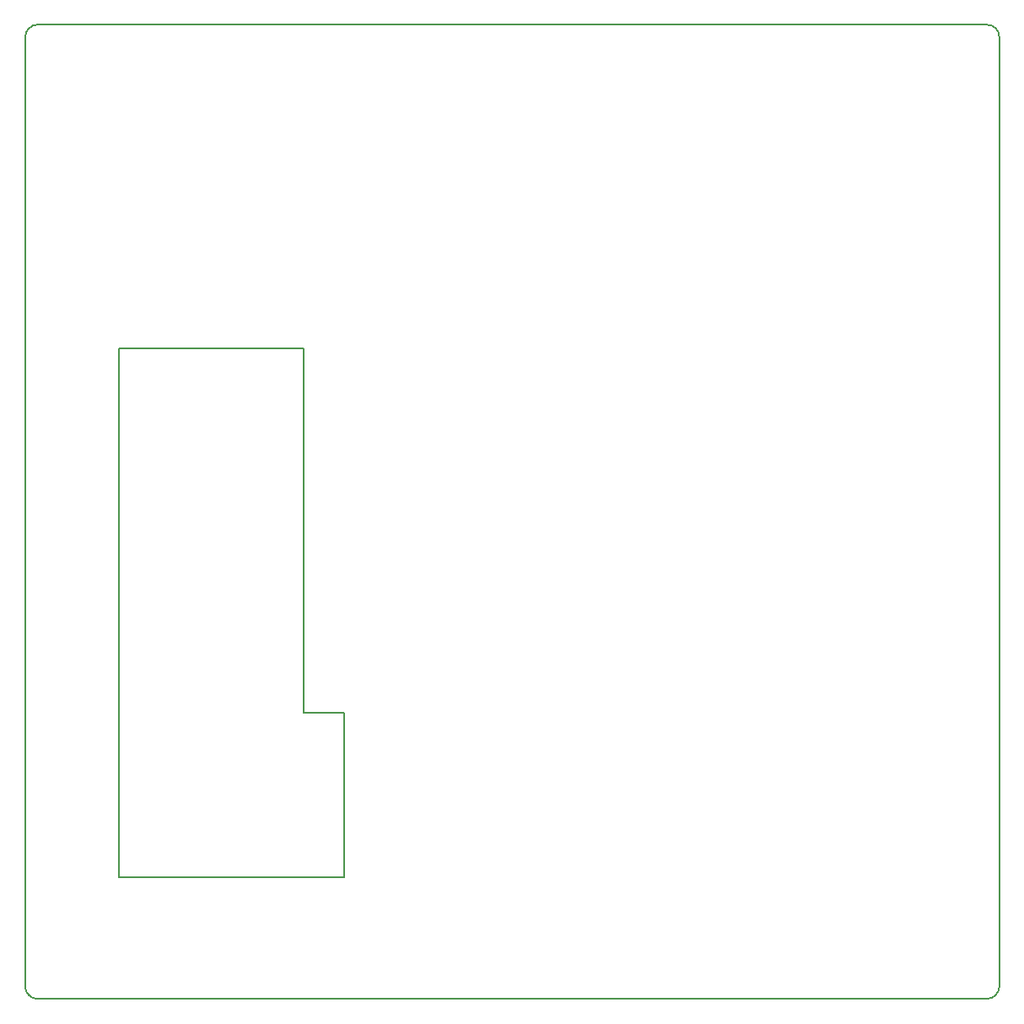
<source format=gm1>
G04 #@! TF.GenerationSoftware,KiCad,Pcbnew,(5.1.5)-3*
G04 #@! TF.CreationDate,2020-06-19T22:35:00+02:00*
G04 #@! TF.ProjectId,C64 Pi1541-II Module,43363420-5069-4313-9534-312d4949204d,rev?*
G04 #@! TF.SameCoordinates,Original*
G04 #@! TF.FileFunction,Profile,NP*
%FSLAX46Y46*%
G04 Gerber Fmt 4.6, Leading zero omitted, Abs format (unit mm)*
G04 Created by KiCad (PCBNEW (5.1.5)-3) date 2020-06-19 22:35:00*
%MOMM*%
%LPD*%
G04 APERTURE LIST*
%ADD10C,0.150000*%
G04 APERTURE END LIST*
D10*
X81788000Y-140208000D02*
X81788000Y-87122000D01*
X72390000Y-139954000D02*
X72390000Y-151130000D01*
X104394000Y-140208000D02*
X81788000Y-140208000D01*
X104394000Y-123698000D02*
X104394000Y-140208000D01*
X100330000Y-123698000D02*
X104394000Y-123698000D01*
X100330000Y-87122000D02*
X100330000Y-123698000D01*
X81788000Y-87122000D02*
X100330000Y-87122000D01*
X72390000Y-139954000D02*
X72390000Y-55880000D01*
X168910000Y-54610000D02*
X73660000Y-54610000D01*
X73660000Y-54610000D02*
G75*
G03X72390000Y-55880000I0J-1270000D01*
G01*
X170180000Y-55880000D02*
G75*
G03X168910000Y-54610000I-1270000J0D01*
G01*
X170180000Y-151130000D02*
X170180000Y-55880000D01*
X168910000Y-152400000D02*
G75*
G03X170180000Y-151130000I0J1270000D01*
G01*
X73660000Y-152400000D02*
X168910000Y-152400000D01*
X72390000Y-151130000D02*
G75*
G03X73660000Y-152400000I1270000J0D01*
G01*
M02*

</source>
